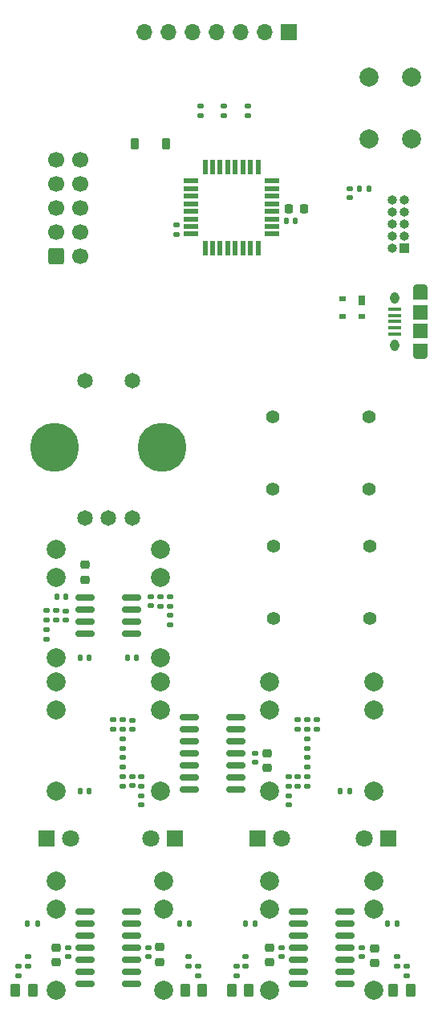
<source format=gbr>
%TF.GenerationSoftware,KiCad,Pcbnew,7.0.2*%
%TF.CreationDate,2025-01-10T16:25:51-06:00*%
%TF.ProjectId,gateDr_mainboard,67617465-4472-45f6-9d61-696e626f6172,rev?*%
%TF.SameCoordinates,Original*%
%TF.FileFunction,Soldermask,Bot*%
%TF.FilePolarity,Negative*%
%FSLAX46Y46*%
G04 Gerber Fmt 4.6, Leading zero omitted, Abs format (unit mm)*
G04 Created by KiCad (PCBNEW 7.0.2) date 2025-01-10 16:25:51*
%MOMM*%
%LPD*%
G01*
G04 APERTURE LIST*
G04 Aperture macros list*
%AMRoundRect*
0 Rectangle with rounded corners*
0 $1 Rounding radius*
0 $2 $3 $4 $5 $6 $7 $8 $9 X,Y pos of 4 corners*
0 Add a 4 corners polygon primitive as box body*
4,1,4,$2,$3,$4,$5,$6,$7,$8,$9,$2,$3,0*
0 Add four circle primitives for the rounded corners*
1,1,$1+$1,$2,$3*
1,1,$1+$1,$4,$5*
1,1,$1+$1,$6,$7*
1,1,$1+$1,$8,$9*
0 Add four rect primitives between the rounded corners*
20,1,$1+$1,$2,$3,$4,$5,0*
20,1,$1+$1,$4,$5,$6,$7,0*
20,1,$1+$1,$6,$7,$8,$9,0*
20,1,$1+$1,$8,$9,$2,$3,0*%
G04 Aperture macros list end*
%ADD10R,1.800000X1.800000*%
%ADD11C,1.800000*%
%ADD12C,1.400000*%
%ADD13R,1.700000X1.700000*%
%ADD14O,1.700000X1.700000*%
%ADD15C,2.000000*%
%ADD16C,1.650000*%
%ADD17C,5.161000*%
%ADD18RoundRect,0.135000X0.185000X-0.135000X0.185000X0.135000X-0.185000X0.135000X-0.185000X-0.135000X0*%
%ADD19RoundRect,0.135000X-0.185000X0.135000X-0.185000X-0.135000X0.185000X-0.135000X0.185000X0.135000X0*%
%ADD20RoundRect,0.140000X-0.140000X-0.170000X0.140000X-0.170000X0.140000X0.170000X-0.140000X0.170000X0*%
%ADD21RoundRect,0.250000X0.262500X0.450000X-0.262500X0.450000X-0.262500X-0.450000X0.262500X-0.450000X0*%
%ADD22RoundRect,0.225000X0.250000X-0.225000X0.250000X0.225000X-0.250000X0.225000X-0.250000X-0.225000X0*%
%ADD23RoundRect,0.140000X0.170000X-0.140000X0.170000X0.140000X-0.170000X0.140000X-0.170000X-0.140000X0*%
%ADD24RoundRect,0.250000X-0.600000X-0.600000X0.600000X-0.600000X0.600000X0.600000X-0.600000X0.600000X0*%
%ADD25C,1.700000*%
%ADD26R,1.350000X0.400000*%
%ADD27O,1.550000X0.890000*%
%ADD28R,1.550000X1.200000*%
%ADD29O,0.950000X1.250000*%
%ADD30R,1.550000X1.500000*%
%ADD31RoundRect,0.140000X-0.170000X0.140000X-0.170000X-0.140000X0.170000X-0.140000X0.170000X0.140000X0*%
%ADD32R,1.000000X1.000000*%
%ADD33O,1.000000X1.000000*%
%ADD34RoundRect,0.135000X0.135000X0.185000X-0.135000X0.185000X-0.135000X-0.185000X0.135000X-0.185000X0*%
%ADD35RoundRect,0.140000X0.140000X0.170000X-0.140000X0.170000X-0.140000X-0.170000X0.140000X-0.170000X0*%
%ADD36RoundRect,0.150000X0.825000X0.150000X-0.825000X0.150000X-0.825000X-0.150000X0.825000X-0.150000X0*%
%ADD37RoundRect,0.225000X-0.225000X-0.250000X0.225000X-0.250000X0.225000X0.250000X-0.225000X0.250000X0*%
%ADD38RoundRect,0.135000X-0.135000X-0.185000X0.135000X-0.185000X0.135000X0.185000X-0.135000X0.185000X0*%
%ADD39RoundRect,0.250000X-0.262500X-0.450000X0.262500X-0.450000X0.262500X0.450000X-0.262500X0.450000X0*%
%ADD40RoundRect,0.225000X-0.250000X0.225000X-0.250000X-0.225000X0.250000X-0.225000X0.250000X0.225000X0*%
%ADD41R,0.700000X1.000000*%
%ADD42R,0.700000X0.600000*%
%ADD43RoundRect,0.225000X-0.225000X-0.375000X0.225000X-0.375000X0.225000X0.375000X-0.225000X0.375000X0*%
%ADD44R,0.550000X1.600000*%
%ADD45R,1.600000X0.550000*%
G04 APERTURE END LIST*
D10*
%TO.C,D6*%
X93540000Y-149220000D03*
D11*
X91000000Y-149220000D03*
%TD*%
D12*
%TO.C,SW2*%
X81460000Y-126030000D03*
X91620000Y-126030000D03*
X81460000Y-118410000D03*
X91620000Y-118410000D03*
%TD*%
%TO.C,SW1*%
X81420000Y-112410000D03*
X91580000Y-112410000D03*
X81420000Y-104790000D03*
X91580000Y-104790000D03*
%TD*%
D13*
%TO.C,J12*%
X83040000Y-64220000D03*
D14*
X80500000Y-64220000D03*
X77960000Y-64220000D03*
X75420000Y-64220000D03*
X72880000Y-64220000D03*
X70340000Y-64220000D03*
X67800000Y-64220000D03*
%TD*%
D10*
%TO.C,D5*%
X79765000Y-149220000D03*
D11*
X82305000Y-149220000D03*
%TD*%
D15*
%TO.C,J10*%
X81040000Y-153720000D03*
X81040000Y-165220000D03*
X81040000Y-156720000D03*
%TD*%
%TO.C,J11*%
X92040000Y-153720000D03*
X92040000Y-165220000D03*
X92040000Y-156720000D03*
%TD*%
%TO.C,J2*%
X58540000Y-132720000D03*
X58540000Y-144220000D03*
X58540000Y-135720000D03*
%TD*%
D10*
%TO.C,D3*%
X57500000Y-149220000D03*
D11*
X60040000Y-149220000D03*
%TD*%
D15*
%TO.C,J9*%
X69890000Y-153720000D03*
X69890000Y-165220000D03*
X69890000Y-156720000D03*
%TD*%
D16*
%TO.C,SW3*%
X61540000Y-100970000D03*
X66540000Y-100970000D03*
X61540000Y-115470000D03*
X66540000Y-115470000D03*
X64040000Y-115470000D03*
D17*
X58340000Y-107970000D03*
X69740000Y-107970000D03*
%TD*%
D15*
%TO.C,J6*%
X58540000Y-118720000D03*
X58540000Y-130220000D03*
X58540000Y-121720000D03*
%TD*%
%TO.C,J3*%
X69540000Y-132720000D03*
X69540000Y-144220000D03*
X69540000Y-135720000D03*
%TD*%
D10*
%TO.C,D4*%
X71040000Y-149220000D03*
D11*
X68500000Y-149220000D03*
%TD*%
D15*
%TO.C,J7*%
X69540000Y-118720000D03*
X69540000Y-130220000D03*
X69540000Y-121720000D03*
%TD*%
%TO.C,J4*%
X81040000Y-132720000D03*
X81040000Y-144220000D03*
X81040000Y-135720000D03*
%TD*%
%TO.C,J8*%
X58540000Y-153720000D03*
X58540000Y-165220000D03*
X58540000Y-156720000D03*
%TD*%
%TO.C,J5*%
X92040000Y-132720000D03*
X92040000Y-144220000D03*
X92040000Y-135720000D03*
%TD*%
D18*
%TO.C,R19*%
X69540000Y-124730000D03*
X69540000Y-123710000D03*
%TD*%
D19*
%TO.C,R32*%
X94540000Y-161710000D03*
X94540000Y-162730000D03*
%TD*%
D20*
%TO.C,C22*%
X61060000Y-130220000D03*
X62020000Y-130220000D03*
%TD*%
D18*
%TO.C,R37*%
X78750000Y-73010000D03*
X78750000Y-71990000D03*
%TD*%
%TO.C,R4*%
X65540000Y-139760000D03*
X65540000Y-138740000D03*
%TD*%
%TO.C,R9*%
X83040000Y-143750000D03*
X83040000Y-142730000D03*
%TD*%
D21*
%TO.C,R35*%
X95952500Y-165220000D03*
X94127500Y-165220000D03*
%TD*%
D18*
%TO.C,R16*%
X58540000Y-126230000D03*
X58540000Y-125210000D03*
%TD*%
D22*
%TO.C,C35*%
X81050000Y-162300000D03*
X81050000Y-160750000D03*
%TD*%
D19*
%TO.C,R5*%
X65540000Y-140710000D03*
X65540000Y-141730000D03*
%TD*%
D23*
%TO.C,C2*%
X71250000Y-85550000D03*
X71250000Y-84590000D03*
%TD*%
D24*
%TO.C,J1*%
X58500000Y-87840000D03*
D25*
X61040000Y-87840000D03*
X58500000Y-85300000D03*
X61040000Y-85300000D03*
X58500000Y-82760000D03*
X61040000Y-82760000D03*
X58500000Y-80220000D03*
X61040000Y-80220000D03*
X58500000Y-77680000D03*
X61040000Y-77680000D03*
%TD*%
D26*
%TO.C,J14*%
X94250000Y-93450000D03*
X94250000Y-94100000D03*
X94250000Y-94750000D03*
X94250000Y-95400000D03*
X94250000Y-96050000D03*
D27*
X96950000Y-91250000D03*
D28*
X96950000Y-91850000D03*
D29*
X94250000Y-92250000D03*
D30*
X96950000Y-93750000D03*
X96950000Y-95750000D03*
D29*
X94250000Y-97250000D03*
D28*
X96950000Y-97650000D03*
D27*
X96950000Y-98250000D03*
%TD*%
D19*
%TO.C,R7*%
X65540000Y-142720000D03*
X65540000Y-143740000D03*
%TD*%
D31*
%TO.C,C20*%
X79540000Y-140240000D03*
X79540000Y-141200000D03*
%TD*%
D18*
%TO.C,R39*%
X73750000Y-73010000D03*
X73750000Y-71990000D03*
%TD*%
D31*
%TO.C,C16*%
X83040000Y-144740000D03*
X83040000Y-145700000D03*
%TD*%
D23*
%TO.C,C19*%
X84040000Y-137700000D03*
X84040000Y-136740000D03*
%TD*%
D22*
%TO.C,C31*%
X58550000Y-162275000D03*
X58550000Y-160725000D03*
%TD*%
D31*
%TO.C,C15*%
X66540000Y-142720000D03*
X66540000Y-143680000D03*
%TD*%
D21*
%TO.C,R27*%
X73952500Y-165220000D03*
X72127500Y-165220000D03*
%TD*%
D19*
%TO.C,R17*%
X70540000Y-123710000D03*
X70540000Y-124730000D03*
%TD*%
D23*
%TO.C,C25*%
X68540000Y-124700000D03*
X68540000Y-123740000D03*
%TD*%
%TO.C,C12*%
X66540000Y-137730000D03*
X66540000Y-136770000D03*
%TD*%
D32*
%TO.C,J13*%
X95270000Y-87040000D03*
D33*
X94000000Y-87040000D03*
X95270000Y-85770000D03*
X94000000Y-85770000D03*
X95270000Y-84500000D03*
X94000000Y-84500000D03*
X95270000Y-83230000D03*
X94000000Y-83230000D03*
X95270000Y-81960000D03*
X94000000Y-81960000D03*
%TD*%
D31*
%TO.C,C28*%
X68250000Y-160720000D03*
X68250000Y-161680000D03*
%TD*%
D23*
%TO.C,C23*%
X59540000Y-126200000D03*
X59540000Y-125240000D03*
%TD*%
D18*
%TO.C,R2*%
X65540000Y-137760000D03*
X65540000Y-136740000D03*
%TD*%
D34*
%TO.C,R26*%
X72550000Y-158220000D03*
X71530000Y-158220000D03*
%TD*%
D19*
%TO.C,R21*%
X55540000Y-161700000D03*
X55540000Y-162720000D03*
%TD*%
D31*
%TO.C,C14*%
X67540000Y-144740000D03*
X67540000Y-145700000D03*
%TD*%
D23*
%TO.C,C33*%
X82350000Y-161680000D03*
X82350000Y-160720000D03*
%TD*%
D35*
%TO.C,C26*%
X59540000Y-123720000D03*
X58580000Y-123720000D03*
%TD*%
D36*
%TO.C,U5*%
X66515000Y-123815000D03*
X66515000Y-125085000D03*
X66515000Y-126355000D03*
X66515000Y-127625000D03*
X61565000Y-127625000D03*
X61565000Y-126355000D03*
X61565000Y-125085000D03*
X61565000Y-123815000D03*
%TD*%
D37*
%TO.C,C1*%
X83100000Y-82850000D03*
X84650000Y-82850000D03*
%TD*%
D20*
%TO.C,C13*%
X61060000Y-144220000D03*
X62020000Y-144220000D03*
%TD*%
D19*
%TO.C,R20*%
X54540000Y-162710000D03*
X54540000Y-163730000D03*
%TD*%
D23*
%TO.C,C30*%
X59800000Y-161680000D03*
X59800000Y-160720000D03*
%TD*%
D38*
%TO.C,R30*%
X78530000Y-158220000D03*
X79550000Y-158220000D03*
%TD*%
D31*
%TO.C,C36*%
X89550000Y-80720000D03*
X89550000Y-81680000D03*
%TD*%
D18*
%TO.C,R13*%
X85040000Y-137730000D03*
X85040000Y-136710000D03*
%TD*%
D39*
%TO.C,R31*%
X77040000Y-165220000D03*
X78865000Y-165220000D03*
%TD*%
D36*
%TO.C,U7*%
X89015000Y-156910000D03*
X89015000Y-158180000D03*
X89015000Y-159450000D03*
X89015000Y-160720000D03*
X89015000Y-161990000D03*
X89015000Y-163260000D03*
X89015000Y-164530000D03*
X84065000Y-164530000D03*
X84065000Y-163260000D03*
X84065000Y-161990000D03*
X84065000Y-160720000D03*
X84065000Y-159450000D03*
X84065000Y-158180000D03*
X84065000Y-156910000D03*
%TD*%
D19*
%TO.C,R14*%
X57540000Y-125210000D03*
X57540000Y-126230000D03*
%TD*%
%TO.C,R12*%
X86040000Y-136710000D03*
X86040000Y-137730000D03*
%TD*%
D38*
%TO.C,R22*%
X55520000Y-158220000D03*
X56540000Y-158220000D03*
%TD*%
D20*
%TO.C,C3*%
X82840000Y-84100000D03*
X83800000Y-84100000D03*
%TD*%
D34*
%TO.C,R34*%
X94550000Y-158220000D03*
X93530000Y-158220000D03*
%TD*%
D19*
%TO.C,R10*%
X85040000Y-142710000D03*
X85040000Y-143730000D03*
%TD*%
D35*
%TO.C,C18*%
X89500000Y-144220000D03*
X88540000Y-144220000D03*
%TD*%
D36*
%TO.C,U4*%
X77515000Y-136410000D03*
X77515000Y-137680000D03*
X77515000Y-138950000D03*
X77515000Y-140220000D03*
X77515000Y-141490000D03*
X77515000Y-142760000D03*
X77515000Y-144030000D03*
X72565000Y-144030000D03*
X72565000Y-142760000D03*
X72565000Y-141490000D03*
X72565000Y-140220000D03*
X72565000Y-138950000D03*
X72565000Y-137680000D03*
X72565000Y-136410000D03*
%TD*%
D31*
%TO.C,C17*%
X84040000Y-142740000D03*
X84040000Y-143700000D03*
%TD*%
%TO.C,C32*%
X90800000Y-160720000D03*
X90800000Y-161680000D03*
%TD*%
D18*
%TO.C,R15*%
X57540000Y-128230000D03*
X57540000Y-127210000D03*
%TD*%
D19*
%TO.C,R33*%
X95540000Y-162710000D03*
X95540000Y-163730000D03*
%TD*%
%TO.C,R28*%
X78540000Y-161710000D03*
X78540000Y-162730000D03*
%TD*%
D35*
%TO.C,C24*%
X67020000Y-130220000D03*
X66060000Y-130220000D03*
%TD*%
D22*
%TO.C,C27*%
X61550000Y-121950000D03*
X61550000Y-120400000D03*
%TD*%
D19*
%TO.C,R24*%
X72540000Y-161700000D03*
X72540000Y-162720000D03*
%TD*%
D18*
%TO.C,R18*%
X70540000Y-126730000D03*
X70540000Y-125710000D03*
%TD*%
%TO.C,R38*%
X76250000Y-73010000D03*
X76250000Y-71990000D03*
%TD*%
%TO.C,R6*%
X67540000Y-143720000D03*
X67540000Y-142700000D03*
%TD*%
D34*
%TO.C,R36*%
X91540000Y-80720000D03*
X90520000Y-80720000D03*
%TD*%
D40*
%TO.C,C29*%
X69450000Y-160700000D03*
X69450000Y-162250000D03*
%TD*%
D19*
%TO.C,R25*%
X73540000Y-162710000D03*
X73540000Y-163730000D03*
%TD*%
D15*
%TO.C,SW4*%
X96050000Y-75450000D03*
X96050000Y-68950000D03*
X91550000Y-75450000D03*
X91550000Y-68950000D03*
%TD*%
D19*
%TO.C,R3*%
X64540000Y-136740000D03*
X64540000Y-137760000D03*
%TD*%
%TO.C,R29*%
X77540000Y-162710000D03*
X77540000Y-163730000D03*
%TD*%
D40*
%TO.C,C34*%
X92150000Y-160825000D03*
X92150000Y-162375000D03*
%TD*%
D41*
%TO.C,D7*%
X90750000Y-92500000D03*
D42*
X90750000Y-94200000D03*
X88750000Y-94200000D03*
X88750000Y-92300000D03*
%TD*%
D36*
%TO.C,U6*%
X66515000Y-156910000D03*
X66515000Y-158180000D03*
X66515000Y-159450000D03*
X66515000Y-160720000D03*
X66515000Y-161990000D03*
X66515000Y-163260000D03*
X66515000Y-164530000D03*
X61565000Y-164530000D03*
X61565000Y-163260000D03*
X61565000Y-161990000D03*
X61565000Y-160720000D03*
X61565000Y-159450000D03*
X61565000Y-158180000D03*
X61565000Y-156910000D03*
%TD*%
D43*
%TO.C,D8*%
X66850000Y-76000000D03*
X70150000Y-76000000D03*
%TD*%
D19*
%TO.C,R8*%
X85040000Y-140700000D03*
X85040000Y-141720000D03*
%TD*%
D39*
%TO.C,R23*%
X54215000Y-165220000D03*
X56040000Y-165220000D03*
%TD*%
D18*
%TO.C,R11*%
X85040000Y-139730000D03*
X85040000Y-138710000D03*
%TD*%
D44*
%TO.C,U8*%
X79840000Y-86970000D03*
X79040000Y-86970000D03*
X78240000Y-86970000D03*
X77440000Y-86970000D03*
X76640000Y-86970000D03*
X75840000Y-86970000D03*
X75040000Y-86970000D03*
X74240000Y-86970000D03*
D45*
X72790000Y-85520000D03*
X72790000Y-84720000D03*
X72790000Y-83920000D03*
X72790000Y-83120000D03*
X72790000Y-82320000D03*
X72790000Y-81520000D03*
X72790000Y-80720000D03*
X72790000Y-79920000D03*
D44*
X74240000Y-78470000D03*
X75040000Y-78470000D03*
X75840000Y-78470000D03*
X76640000Y-78470000D03*
X77440000Y-78470000D03*
X78240000Y-78470000D03*
X79040000Y-78470000D03*
X79840000Y-78470000D03*
D45*
X81290000Y-79920000D03*
X81290000Y-80720000D03*
X81290000Y-81520000D03*
X81290000Y-82320000D03*
X81290000Y-83120000D03*
X81290000Y-83920000D03*
X81290000Y-84720000D03*
X81290000Y-85520000D03*
%TD*%
D40*
%TO.C,C21*%
X80800000Y-140225000D03*
X80800000Y-141775000D03*
%TD*%
M02*

</source>
